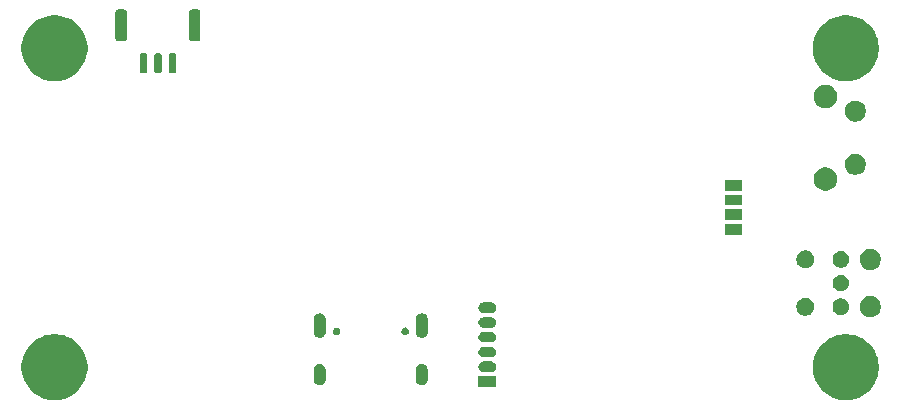
<source format=gbr>
%TF.GenerationSoftware,KiCad,Pcbnew,9.0.0*%
%TF.CreationDate,2025-07-25T12:15:42+02:00*%
%TF.ProjectId,Spruzzatore,53707275-7a7a-4617-946f-72652e6b6963,rev?*%
%TF.SameCoordinates,Original*%
%TF.FileFunction,Soldermask,Bot*%
%TF.FilePolarity,Negative*%
%FSLAX46Y46*%
G04 Gerber Fmt 4.6, Leading zero omitted, Abs format (unit mm)*
G04 Created by KiCad (PCBNEW 9.0.0) date 2025-07-25 12:15:42*
%MOMM*%
%LPD*%
G01*
G04 APERTURE LIST*
G04 APERTURE END LIST*
G36*
X115149017Y-104749561D02*
G01*
X115455139Y-104819431D01*
X115751514Y-104923137D01*
X116034413Y-105059374D01*
X116300280Y-105226430D01*
X116545770Y-105422202D01*
X116767798Y-105644230D01*
X116963570Y-105889720D01*
X117130626Y-106155587D01*
X117266863Y-106438486D01*
X117370569Y-106734861D01*
X117440439Y-107040983D01*
X117475595Y-107353003D01*
X117475595Y-107666997D01*
X117440439Y-107979017D01*
X117370569Y-108285139D01*
X117266863Y-108581514D01*
X117130626Y-108864413D01*
X116963570Y-109130280D01*
X116767798Y-109375770D01*
X116545770Y-109597798D01*
X116300280Y-109793570D01*
X116034413Y-109960626D01*
X115751514Y-110096863D01*
X115455139Y-110200569D01*
X115149017Y-110270439D01*
X114836997Y-110305595D01*
X114523003Y-110305595D01*
X114210983Y-110270439D01*
X113904861Y-110200569D01*
X113608486Y-110096863D01*
X113325587Y-109960626D01*
X113059720Y-109793570D01*
X112814230Y-109597798D01*
X112592202Y-109375770D01*
X112396430Y-109130280D01*
X112229374Y-108864413D01*
X112093137Y-108581514D01*
X111989431Y-108285139D01*
X111919561Y-107979017D01*
X111884405Y-107666997D01*
X111884405Y-107353003D01*
X111919561Y-107040983D01*
X111989431Y-106734861D01*
X112093137Y-106438486D01*
X112229374Y-106155587D01*
X112396430Y-105889720D01*
X112592202Y-105644230D01*
X112814230Y-105422202D01*
X113059720Y-105226430D01*
X113325587Y-105059374D01*
X113608486Y-104923137D01*
X113904861Y-104819431D01*
X114210983Y-104749561D01*
X114523003Y-104714405D01*
X114836997Y-104714405D01*
X115149017Y-104749561D01*
G37*
G36*
X182149017Y-104749561D02*
G01*
X182455139Y-104819431D01*
X182751514Y-104923137D01*
X183034413Y-105059374D01*
X183300280Y-105226430D01*
X183545770Y-105422202D01*
X183767798Y-105644230D01*
X183963570Y-105889720D01*
X184130626Y-106155587D01*
X184266863Y-106438486D01*
X184370569Y-106734861D01*
X184440439Y-107040983D01*
X184475595Y-107353003D01*
X184475595Y-107666997D01*
X184440439Y-107979017D01*
X184370569Y-108285139D01*
X184266863Y-108581514D01*
X184130626Y-108864413D01*
X183963570Y-109130280D01*
X183767798Y-109375770D01*
X183545770Y-109597798D01*
X183300280Y-109793570D01*
X183034413Y-109960626D01*
X182751514Y-110096863D01*
X182455139Y-110200569D01*
X182149017Y-110270439D01*
X181836997Y-110305595D01*
X181523003Y-110305595D01*
X181210983Y-110270439D01*
X180904861Y-110200569D01*
X180608486Y-110096863D01*
X180325587Y-109960626D01*
X180059720Y-109793570D01*
X179814230Y-109597798D01*
X179592202Y-109375770D01*
X179396430Y-109130280D01*
X179229374Y-108864413D01*
X179093137Y-108581514D01*
X178989431Y-108285139D01*
X178919561Y-107979017D01*
X178884405Y-107666997D01*
X178884405Y-107353003D01*
X178919561Y-107040983D01*
X178989431Y-106734861D01*
X179093137Y-106438486D01*
X179229374Y-106155587D01*
X179396430Y-105889720D01*
X179592202Y-105644230D01*
X179814230Y-105422202D01*
X180059720Y-105226430D01*
X180325587Y-105059374D01*
X180608486Y-104923137D01*
X180904861Y-104819431D01*
X181210983Y-104749561D01*
X181523003Y-104714405D01*
X181836997Y-104714405D01*
X182149017Y-104749561D01*
G37*
G36*
X152090000Y-109170000D02*
G01*
X150570000Y-109170000D01*
X150570000Y-108270000D01*
X152090000Y-108270000D01*
X152090000Y-109170000D01*
G37*
G36*
X137331342Y-107268060D02*
G01*
X137444381Y-107333323D01*
X137536677Y-107425619D01*
X137601940Y-107538658D01*
X137635722Y-107664737D01*
X137640000Y-107730000D01*
X137640000Y-108530000D01*
X137635722Y-108595263D01*
X137601940Y-108721342D01*
X137536677Y-108834381D01*
X137444381Y-108926677D01*
X137331342Y-108991940D01*
X137205263Y-109025722D01*
X137074737Y-109025722D01*
X136948658Y-108991940D01*
X136835619Y-108926677D01*
X136743323Y-108834381D01*
X136678060Y-108721342D01*
X136644278Y-108595263D01*
X136640000Y-108530000D01*
X136640000Y-107730000D01*
X136644278Y-107664737D01*
X136678060Y-107538658D01*
X136743323Y-107425619D01*
X136835619Y-107333323D01*
X136948658Y-107268060D01*
X137074737Y-107234278D01*
X137205263Y-107234278D01*
X137331342Y-107268060D01*
G37*
G36*
X145971342Y-107268060D02*
G01*
X146084381Y-107333323D01*
X146176677Y-107425619D01*
X146241940Y-107538658D01*
X146275722Y-107664737D01*
X146280000Y-107730000D01*
X146280000Y-108530000D01*
X146275722Y-108595263D01*
X146241940Y-108721342D01*
X146176677Y-108834381D01*
X146084381Y-108926677D01*
X145971342Y-108991940D01*
X145845263Y-109025722D01*
X145714737Y-109025722D01*
X145588658Y-108991940D01*
X145475619Y-108926677D01*
X145383323Y-108834381D01*
X145318060Y-108721342D01*
X145284278Y-108595263D01*
X145280000Y-108530000D01*
X145280000Y-107730000D01*
X145284278Y-107664737D01*
X145318060Y-107538658D01*
X145383323Y-107425619D01*
X145475619Y-107333323D01*
X145588658Y-107268060D01*
X145714737Y-107234278D01*
X145845263Y-107234278D01*
X145971342Y-107268060D01*
G37*
G36*
X151698737Y-107023850D02*
G01*
X151812208Y-107054254D01*
X151913943Y-107112991D01*
X151997009Y-107196057D01*
X152055746Y-107297792D01*
X152086150Y-107411263D01*
X152086150Y-107528737D01*
X152055746Y-107642208D01*
X151997009Y-107743943D01*
X151913943Y-107827009D01*
X151812208Y-107885746D01*
X151698737Y-107916150D01*
X151640000Y-107920000D01*
X151638029Y-107920000D01*
X151021971Y-107920000D01*
X151020000Y-107920000D01*
X150961263Y-107916150D01*
X150847792Y-107885746D01*
X150746057Y-107827009D01*
X150662991Y-107743943D01*
X150604254Y-107642208D01*
X150573850Y-107528737D01*
X150573850Y-107411263D01*
X150604254Y-107297792D01*
X150662991Y-107196057D01*
X150746057Y-107112991D01*
X150847792Y-107054254D01*
X150961263Y-107023850D01*
X151020000Y-107020000D01*
X151640000Y-107020000D01*
X151698737Y-107023850D01*
G37*
G36*
X151698737Y-105763850D02*
G01*
X151812208Y-105794254D01*
X151913943Y-105852991D01*
X151997009Y-105936057D01*
X152055746Y-106037792D01*
X152086150Y-106151263D01*
X152086150Y-106268737D01*
X152055746Y-106382208D01*
X151997009Y-106483943D01*
X151913943Y-106567009D01*
X151812208Y-106625746D01*
X151698737Y-106656150D01*
X151640000Y-106660000D01*
X151638029Y-106660000D01*
X151021971Y-106660000D01*
X151020000Y-106660000D01*
X150961263Y-106656150D01*
X150847792Y-106625746D01*
X150746057Y-106567009D01*
X150662991Y-106483943D01*
X150604254Y-106382208D01*
X150573850Y-106268737D01*
X150573850Y-106151263D01*
X150604254Y-106037792D01*
X150662991Y-105936057D01*
X150746057Y-105852991D01*
X150847792Y-105794254D01*
X150961263Y-105763850D01*
X151020000Y-105760000D01*
X151640000Y-105760000D01*
X151698737Y-105763850D01*
G37*
G36*
X151698737Y-104513850D02*
G01*
X151812208Y-104544254D01*
X151913943Y-104602991D01*
X151997009Y-104686057D01*
X152055746Y-104787792D01*
X152086150Y-104901263D01*
X152086150Y-105018737D01*
X152055746Y-105132208D01*
X151997009Y-105233943D01*
X151913943Y-105317009D01*
X151812208Y-105375746D01*
X151698737Y-105406150D01*
X151640000Y-105410000D01*
X151638029Y-105410000D01*
X151021971Y-105410000D01*
X151020000Y-105410000D01*
X150961263Y-105406150D01*
X150847792Y-105375746D01*
X150746057Y-105317009D01*
X150662991Y-105233943D01*
X150604254Y-105132208D01*
X150573850Y-105018737D01*
X150573850Y-104901263D01*
X150604254Y-104787792D01*
X150662991Y-104686057D01*
X150746057Y-104602991D01*
X150847792Y-104544254D01*
X150961263Y-104513850D01*
X151020000Y-104510000D01*
X151640000Y-104510000D01*
X151698737Y-104513850D01*
G37*
G36*
X137331342Y-102968060D02*
G01*
X137444381Y-103033323D01*
X137536677Y-103125619D01*
X137601940Y-103238658D01*
X137635722Y-103364737D01*
X137640000Y-103430000D01*
X137640000Y-104530000D01*
X137635722Y-104595263D01*
X137601940Y-104721342D01*
X137536677Y-104834381D01*
X137444381Y-104926677D01*
X137331342Y-104991940D01*
X137205263Y-105025722D01*
X137074737Y-105025722D01*
X136948658Y-104991940D01*
X136835619Y-104926677D01*
X136743323Y-104834381D01*
X136678060Y-104721342D01*
X136644278Y-104595263D01*
X136640000Y-104530000D01*
X136640000Y-103430000D01*
X136644278Y-103364737D01*
X136678060Y-103238658D01*
X136743323Y-103125619D01*
X136835619Y-103033323D01*
X136948658Y-102968060D01*
X137074737Y-102934278D01*
X137205263Y-102934278D01*
X137331342Y-102968060D01*
G37*
G36*
X145971342Y-102968060D02*
G01*
X146084381Y-103033323D01*
X146176677Y-103125619D01*
X146241940Y-103238658D01*
X146275722Y-103364737D01*
X146280000Y-103430000D01*
X146280000Y-104530000D01*
X146275722Y-104595263D01*
X146241940Y-104721342D01*
X146176677Y-104834381D01*
X146084381Y-104926677D01*
X145971342Y-104991940D01*
X145845263Y-105025722D01*
X145714737Y-105025722D01*
X145588658Y-104991940D01*
X145475619Y-104926677D01*
X145383323Y-104834381D01*
X145318060Y-104721342D01*
X145284278Y-104595263D01*
X145280000Y-104530000D01*
X145280000Y-103430000D01*
X145284278Y-103364737D01*
X145318060Y-103238658D01*
X145383323Y-103125619D01*
X145475619Y-103033323D01*
X145588658Y-102968060D01*
X145714737Y-102934278D01*
X145845263Y-102934278D01*
X145971342Y-102968060D01*
G37*
G36*
X138684372Y-104179739D02*
G01*
X138757847Y-104222160D01*
X138817840Y-104282153D01*
X138860261Y-104355628D01*
X138882220Y-104437579D01*
X138882220Y-104522421D01*
X138860261Y-104604372D01*
X138817840Y-104677847D01*
X138757847Y-104737840D01*
X138684372Y-104780261D01*
X138602421Y-104802220D01*
X138517579Y-104802220D01*
X138435628Y-104780261D01*
X138362153Y-104737840D01*
X138302160Y-104677847D01*
X138259739Y-104604372D01*
X138237780Y-104522421D01*
X138237780Y-104437579D01*
X138259739Y-104355628D01*
X138302160Y-104282153D01*
X138362153Y-104222160D01*
X138435628Y-104179739D01*
X138517579Y-104157780D01*
X138602421Y-104157780D01*
X138684372Y-104179739D01*
G37*
G36*
X144484372Y-104169739D02*
G01*
X144557847Y-104212160D01*
X144617840Y-104272153D01*
X144660261Y-104345628D01*
X144682220Y-104427579D01*
X144682220Y-104512421D01*
X144660261Y-104594372D01*
X144617840Y-104667847D01*
X144557847Y-104727840D01*
X144484372Y-104770261D01*
X144402421Y-104792220D01*
X144317579Y-104792220D01*
X144235628Y-104770261D01*
X144162153Y-104727840D01*
X144102160Y-104667847D01*
X144059739Y-104594372D01*
X144037780Y-104512421D01*
X144037780Y-104427579D01*
X144059739Y-104345628D01*
X144102160Y-104272153D01*
X144162153Y-104212160D01*
X144235628Y-104169739D01*
X144317579Y-104147780D01*
X144402421Y-104147780D01*
X144484372Y-104169739D01*
G37*
G36*
X151698737Y-103273850D02*
G01*
X151812208Y-103304254D01*
X151913943Y-103362991D01*
X151997009Y-103446057D01*
X152055746Y-103547792D01*
X152086150Y-103661263D01*
X152086150Y-103778737D01*
X152055746Y-103892208D01*
X151997009Y-103993943D01*
X151913943Y-104077009D01*
X151812208Y-104135746D01*
X151698737Y-104166150D01*
X151640000Y-104170000D01*
X151638029Y-104170000D01*
X151021971Y-104170000D01*
X151020000Y-104170000D01*
X150961263Y-104166150D01*
X150847792Y-104135746D01*
X150746057Y-104077009D01*
X150662991Y-103993943D01*
X150604254Y-103892208D01*
X150573850Y-103778737D01*
X150573850Y-103661263D01*
X150604254Y-103547792D01*
X150662991Y-103446057D01*
X150746057Y-103362991D01*
X150847792Y-103304254D01*
X150961263Y-103273850D01*
X151020000Y-103270000D01*
X151640000Y-103270000D01*
X151698737Y-103273850D01*
G37*
G36*
X184011256Y-101518754D02*
G01*
X184174257Y-101586271D01*
X184320954Y-101684291D01*
X184445709Y-101809046D01*
X184543729Y-101955743D01*
X184611246Y-102118744D01*
X184645666Y-102291785D01*
X184645666Y-102468215D01*
X184611246Y-102641256D01*
X184543729Y-102804257D01*
X184445709Y-102950954D01*
X184320954Y-103075709D01*
X184174257Y-103173729D01*
X184011256Y-103241246D01*
X183838215Y-103275666D01*
X183661785Y-103275666D01*
X183488744Y-103241246D01*
X183325743Y-103173729D01*
X183179046Y-103075709D01*
X183054291Y-102950954D01*
X182956271Y-102804257D01*
X182888754Y-102641256D01*
X182854334Y-102468215D01*
X182854334Y-102291785D01*
X182888754Y-102118744D01*
X182956271Y-101955743D01*
X183054291Y-101809046D01*
X183179046Y-101684291D01*
X183325743Y-101586271D01*
X183488744Y-101518754D01*
X183661785Y-101484334D01*
X183838215Y-101484334D01*
X184011256Y-101518754D01*
G37*
G36*
X178470616Y-101652725D02*
G01*
X178608262Y-101709740D01*
X178732139Y-101792512D01*
X178837488Y-101897861D01*
X178920260Y-102021738D01*
X178977275Y-102159384D01*
X179006340Y-102305507D01*
X179006340Y-102454493D01*
X178977275Y-102600616D01*
X178920260Y-102738262D01*
X178837488Y-102862139D01*
X178732139Y-102967488D01*
X178608262Y-103050260D01*
X178470616Y-103107275D01*
X178324493Y-103136340D01*
X178175507Y-103136340D01*
X178029384Y-103107275D01*
X177891738Y-103050260D01*
X177767861Y-102967488D01*
X177662512Y-102862139D01*
X177579740Y-102738262D01*
X177522725Y-102600616D01*
X177493660Y-102454493D01*
X177493660Y-102305507D01*
X177522725Y-102159384D01*
X177579740Y-102021738D01*
X177662512Y-101897861D01*
X177767861Y-101792512D01*
X177891738Y-101709740D01*
X178029384Y-101652725D01*
X178175507Y-101623660D01*
X178324493Y-101623660D01*
X178470616Y-101652725D01*
G37*
G36*
X181453199Y-101710142D02*
G01*
X181579978Y-101762655D01*
X181694075Y-101838893D01*
X181791107Y-101935925D01*
X181867345Y-102050022D01*
X181919858Y-102176801D01*
X181946629Y-102311388D01*
X181946629Y-102448612D01*
X181919858Y-102583199D01*
X181867345Y-102709978D01*
X181791107Y-102824075D01*
X181694075Y-102921107D01*
X181579978Y-102997345D01*
X181453199Y-103049858D01*
X181318612Y-103076629D01*
X181181388Y-103076629D01*
X181046801Y-103049858D01*
X180920022Y-102997345D01*
X180805925Y-102921107D01*
X180708893Y-102824075D01*
X180632655Y-102709978D01*
X180580142Y-102583199D01*
X180553371Y-102448612D01*
X180553371Y-102311388D01*
X180580142Y-102176801D01*
X180632655Y-102050022D01*
X180708893Y-101935925D01*
X180805925Y-101838893D01*
X180920022Y-101762655D01*
X181046801Y-101710142D01*
X181181388Y-101683371D01*
X181318612Y-101683371D01*
X181453199Y-101710142D01*
G37*
G36*
X151698737Y-102023850D02*
G01*
X151812208Y-102054254D01*
X151913943Y-102112991D01*
X151997009Y-102196057D01*
X152055746Y-102297792D01*
X152086150Y-102411263D01*
X152086150Y-102528737D01*
X152055746Y-102642208D01*
X151997009Y-102743943D01*
X151913943Y-102827009D01*
X151812208Y-102885746D01*
X151698737Y-102916150D01*
X151640000Y-102920000D01*
X151638029Y-102920000D01*
X151021971Y-102920000D01*
X151020000Y-102920000D01*
X150961263Y-102916150D01*
X150847792Y-102885746D01*
X150746057Y-102827009D01*
X150662991Y-102743943D01*
X150604254Y-102642208D01*
X150573850Y-102528737D01*
X150573850Y-102411263D01*
X150604254Y-102297792D01*
X150662991Y-102196057D01*
X150746057Y-102112991D01*
X150847792Y-102054254D01*
X150961263Y-102023850D01*
X151020000Y-102020000D01*
X151640000Y-102020000D01*
X151698737Y-102023850D01*
G37*
G36*
X181453199Y-99710142D02*
G01*
X181579978Y-99762655D01*
X181694075Y-99838893D01*
X181791107Y-99935925D01*
X181867345Y-100050022D01*
X181919858Y-100176801D01*
X181946629Y-100311388D01*
X181946629Y-100448612D01*
X181919858Y-100583199D01*
X181867345Y-100709978D01*
X181791107Y-100824075D01*
X181694075Y-100921107D01*
X181579978Y-100997345D01*
X181453199Y-101049858D01*
X181318612Y-101076629D01*
X181181388Y-101076629D01*
X181046801Y-101049858D01*
X180920022Y-100997345D01*
X180805925Y-100921107D01*
X180708893Y-100824075D01*
X180632655Y-100709978D01*
X180580142Y-100583199D01*
X180553371Y-100448612D01*
X180553371Y-100311388D01*
X180580142Y-100176801D01*
X180632655Y-100050022D01*
X180708893Y-99935925D01*
X180805925Y-99838893D01*
X180920022Y-99762655D01*
X181046801Y-99710142D01*
X181181388Y-99683371D01*
X181318612Y-99683371D01*
X181453199Y-99710142D01*
G37*
G36*
X184011256Y-97518754D02*
G01*
X184174257Y-97586271D01*
X184320954Y-97684291D01*
X184445709Y-97809046D01*
X184543729Y-97955743D01*
X184611246Y-98118744D01*
X184645666Y-98291785D01*
X184645666Y-98468215D01*
X184611246Y-98641256D01*
X184543729Y-98804257D01*
X184445709Y-98950954D01*
X184320954Y-99075709D01*
X184174257Y-99173729D01*
X184011256Y-99241246D01*
X183838215Y-99275666D01*
X183661785Y-99275666D01*
X183488744Y-99241246D01*
X183325743Y-99173729D01*
X183179046Y-99075709D01*
X183054291Y-98950954D01*
X182956271Y-98804257D01*
X182888754Y-98641256D01*
X182854334Y-98468215D01*
X182854334Y-98291785D01*
X182888754Y-98118744D01*
X182956271Y-97955743D01*
X183054291Y-97809046D01*
X183179046Y-97684291D01*
X183325743Y-97586271D01*
X183488744Y-97518754D01*
X183661785Y-97484334D01*
X183838215Y-97484334D01*
X184011256Y-97518754D01*
G37*
G36*
X178470616Y-97652725D02*
G01*
X178608262Y-97709740D01*
X178732139Y-97792512D01*
X178837488Y-97897861D01*
X178920260Y-98021738D01*
X178977275Y-98159384D01*
X179006340Y-98305507D01*
X179006340Y-98454493D01*
X178977275Y-98600616D01*
X178920260Y-98738262D01*
X178837488Y-98862139D01*
X178732139Y-98967488D01*
X178608262Y-99050260D01*
X178470616Y-99107275D01*
X178324493Y-99136340D01*
X178175507Y-99136340D01*
X178029384Y-99107275D01*
X177891738Y-99050260D01*
X177767861Y-98967488D01*
X177662512Y-98862139D01*
X177579740Y-98738262D01*
X177522725Y-98600616D01*
X177493660Y-98454493D01*
X177493660Y-98305507D01*
X177522725Y-98159384D01*
X177579740Y-98021738D01*
X177662512Y-97897861D01*
X177767861Y-97792512D01*
X177891738Y-97709740D01*
X178029384Y-97652725D01*
X178175507Y-97623660D01*
X178324493Y-97623660D01*
X178470616Y-97652725D01*
G37*
G36*
X181453199Y-97710142D02*
G01*
X181579978Y-97762655D01*
X181694075Y-97838893D01*
X181791107Y-97935925D01*
X181867345Y-98050022D01*
X181919858Y-98176801D01*
X181946629Y-98311388D01*
X181946629Y-98448612D01*
X181919858Y-98583199D01*
X181867345Y-98709978D01*
X181791107Y-98824075D01*
X181694075Y-98921107D01*
X181579978Y-98997345D01*
X181453199Y-99049858D01*
X181318612Y-99076629D01*
X181181388Y-99076629D01*
X181046801Y-99049858D01*
X180920022Y-98997345D01*
X180805925Y-98921107D01*
X180708893Y-98824075D01*
X180632655Y-98709978D01*
X180580142Y-98583199D01*
X180553371Y-98448612D01*
X180553371Y-98311388D01*
X180580142Y-98176801D01*
X180632655Y-98050022D01*
X180708893Y-97935925D01*
X180805925Y-97838893D01*
X180920022Y-97762655D01*
X181046801Y-97710142D01*
X181181388Y-97683371D01*
X181318612Y-97683371D01*
X181453199Y-97710142D01*
G37*
G36*
X172910000Y-96310000D02*
G01*
X171410000Y-96310000D01*
X171410000Y-95410000D01*
X172910000Y-95410000D01*
X172910000Y-96310000D01*
G37*
G36*
X172910000Y-95050000D02*
G01*
X171410000Y-95050000D01*
X171410000Y-94150000D01*
X172910000Y-94150000D01*
X172910000Y-95050000D01*
G37*
G36*
X172910000Y-93800000D02*
G01*
X171410000Y-93800000D01*
X171410000Y-92900000D01*
X172910000Y-92900000D01*
X172910000Y-93800000D01*
G37*
G36*
X180230285Y-90623060D02*
G01*
X180411397Y-90698079D01*
X180574393Y-90806990D01*
X180713010Y-90945607D01*
X180821921Y-91108603D01*
X180896940Y-91289715D01*
X180935185Y-91481983D01*
X180935185Y-91678017D01*
X180896940Y-91870285D01*
X180821921Y-92051397D01*
X180713010Y-92214393D01*
X180574393Y-92353010D01*
X180411397Y-92461921D01*
X180230285Y-92536940D01*
X180038017Y-92575185D01*
X179841983Y-92575185D01*
X179649715Y-92536940D01*
X179468603Y-92461921D01*
X179305607Y-92353010D01*
X179166990Y-92214393D01*
X179058079Y-92051397D01*
X178983060Y-91870285D01*
X178944815Y-91678017D01*
X178944815Y-91481983D01*
X178983060Y-91289715D01*
X179058079Y-91108603D01*
X179166990Y-90945607D01*
X179305607Y-90806990D01*
X179468603Y-90698079D01*
X179649715Y-90623060D01*
X179841983Y-90584815D01*
X180038017Y-90584815D01*
X180230285Y-90623060D01*
G37*
G36*
X172910000Y-92550000D02*
G01*
X171410000Y-92550000D01*
X171410000Y-91650000D01*
X172910000Y-91650000D01*
X172910000Y-92550000D01*
G37*
G36*
X182741256Y-89468754D02*
G01*
X182904257Y-89536271D01*
X183050954Y-89634291D01*
X183175709Y-89759046D01*
X183273729Y-89905743D01*
X183341246Y-90068744D01*
X183375666Y-90241785D01*
X183375666Y-90418215D01*
X183341246Y-90591256D01*
X183273729Y-90754257D01*
X183175709Y-90900954D01*
X183050954Y-91025709D01*
X182904257Y-91123729D01*
X182741256Y-91191246D01*
X182568215Y-91225666D01*
X182391785Y-91225666D01*
X182218744Y-91191246D01*
X182055743Y-91123729D01*
X181909046Y-91025709D01*
X181784291Y-90900954D01*
X181686271Y-90754257D01*
X181618754Y-90591256D01*
X181584334Y-90418215D01*
X181584334Y-90241785D01*
X181618754Y-90068744D01*
X181686271Y-89905743D01*
X181784291Y-89759046D01*
X181909046Y-89634291D01*
X182055743Y-89536271D01*
X182218744Y-89468754D01*
X182391785Y-89434334D01*
X182568215Y-89434334D01*
X182741256Y-89468754D01*
G37*
G36*
X182741256Y-84968754D02*
G01*
X182904257Y-85036271D01*
X183050954Y-85134291D01*
X183175709Y-85259046D01*
X183273729Y-85405743D01*
X183341246Y-85568744D01*
X183375666Y-85741785D01*
X183375666Y-85918215D01*
X183341246Y-86091256D01*
X183273729Y-86254257D01*
X183175709Y-86400954D01*
X183050954Y-86525709D01*
X182904257Y-86623729D01*
X182741256Y-86691246D01*
X182568215Y-86725666D01*
X182391785Y-86725666D01*
X182218744Y-86691246D01*
X182055743Y-86623729D01*
X181909046Y-86525709D01*
X181784291Y-86400954D01*
X181686271Y-86254257D01*
X181618754Y-86091256D01*
X181584334Y-85918215D01*
X181584334Y-85741785D01*
X181618754Y-85568744D01*
X181686271Y-85405743D01*
X181784291Y-85259046D01*
X181909046Y-85134291D01*
X182055743Y-85036271D01*
X182218744Y-84968754D01*
X182391785Y-84934334D01*
X182568215Y-84934334D01*
X182741256Y-84968754D01*
G37*
G36*
X180230285Y-83623060D02*
G01*
X180411397Y-83698079D01*
X180574393Y-83806990D01*
X180713010Y-83945607D01*
X180821921Y-84108603D01*
X180896940Y-84289715D01*
X180935185Y-84481983D01*
X180935185Y-84678017D01*
X180896940Y-84870285D01*
X180821921Y-85051397D01*
X180713010Y-85214393D01*
X180574393Y-85353010D01*
X180411397Y-85461921D01*
X180230285Y-85536940D01*
X180038017Y-85575185D01*
X179841983Y-85575185D01*
X179649715Y-85536940D01*
X179468603Y-85461921D01*
X179305607Y-85353010D01*
X179166990Y-85214393D01*
X179058079Y-85051397D01*
X178983060Y-84870285D01*
X178944815Y-84678017D01*
X178944815Y-84481983D01*
X178983060Y-84289715D01*
X179058079Y-84108603D01*
X179166990Y-83945607D01*
X179305607Y-83806990D01*
X179468603Y-83698079D01*
X179649715Y-83623060D01*
X179841983Y-83584815D01*
X180038017Y-83584815D01*
X180230285Y-83623060D01*
G37*
G36*
X115149017Y-77749561D02*
G01*
X115455139Y-77819431D01*
X115751514Y-77923137D01*
X116034413Y-78059374D01*
X116300280Y-78226430D01*
X116545770Y-78422202D01*
X116767798Y-78644230D01*
X116963570Y-78889720D01*
X117130626Y-79155587D01*
X117266863Y-79438486D01*
X117370569Y-79734861D01*
X117440439Y-80040983D01*
X117475595Y-80353003D01*
X117475595Y-80666997D01*
X117440439Y-80979017D01*
X117370569Y-81285139D01*
X117266863Y-81581514D01*
X117130626Y-81864413D01*
X116963570Y-82130280D01*
X116767798Y-82375770D01*
X116545770Y-82597798D01*
X116300280Y-82793570D01*
X116034413Y-82960626D01*
X115751514Y-83096863D01*
X115455139Y-83200569D01*
X115149017Y-83270439D01*
X114836997Y-83305595D01*
X114523003Y-83305595D01*
X114210983Y-83270439D01*
X113904861Y-83200569D01*
X113608486Y-83096863D01*
X113325587Y-82960626D01*
X113059720Y-82793570D01*
X112814230Y-82597798D01*
X112592202Y-82375770D01*
X112396430Y-82130280D01*
X112229374Y-81864413D01*
X112093137Y-81581514D01*
X111989431Y-81285139D01*
X111919561Y-80979017D01*
X111884405Y-80666997D01*
X111884405Y-80353003D01*
X111919561Y-80040983D01*
X111989431Y-79734861D01*
X112093137Y-79438486D01*
X112229374Y-79155587D01*
X112396430Y-78889720D01*
X112592202Y-78644230D01*
X112814230Y-78422202D01*
X113059720Y-78226430D01*
X113325587Y-78059374D01*
X113608486Y-77923137D01*
X113904861Y-77819431D01*
X114210983Y-77749561D01*
X114523003Y-77714405D01*
X114836997Y-77714405D01*
X115149017Y-77749561D01*
G37*
G36*
X182149017Y-77749561D02*
G01*
X182455139Y-77819431D01*
X182751514Y-77923137D01*
X183034413Y-78059374D01*
X183300280Y-78226430D01*
X183545770Y-78422202D01*
X183767798Y-78644230D01*
X183963570Y-78889720D01*
X184130626Y-79155587D01*
X184266863Y-79438486D01*
X184370569Y-79734861D01*
X184440439Y-80040983D01*
X184475595Y-80353003D01*
X184475595Y-80666997D01*
X184440439Y-80979017D01*
X184370569Y-81285139D01*
X184266863Y-81581514D01*
X184130626Y-81864413D01*
X183963570Y-82130280D01*
X183767798Y-82375770D01*
X183545770Y-82597798D01*
X183300280Y-82793570D01*
X183034413Y-82960626D01*
X182751514Y-83096863D01*
X182455139Y-83200569D01*
X182149017Y-83270439D01*
X181836997Y-83305595D01*
X181523003Y-83305595D01*
X181210983Y-83270439D01*
X180904861Y-83200569D01*
X180608486Y-83096863D01*
X180325587Y-82960626D01*
X180059720Y-82793570D01*
X179814230Y-82597798D01*
X179592202Y-82375770D01*
X179396430Y-82130280D01*
X179229374Y-81864413D01*
X179093137Y-81581514D01*
X178989431Y-81285139D01*
X178919561Y-80979017D01*
X178884405Y-80666997D01*
X178884405Y-80353003D01*
X178919561Y-80040983D01*
X178989431Y-79734861D01*
X179093137Y-79438486D01*
X179229374Y-79155587D01*
X179396430Y-78889720D01*
X179592202Y-78644230D01*
X179814230Y-78422202D01*
X180059720Y-78226430D01*
X180325587Y-78059374D01*
X180608486Y-77923137D01*
X180904861Y-77819431D01*
X181210983Y-77749561D01*
X181523003Y-77714405D01*
X181836997Y-77714405D01*
X182149017Y-77749561D01*
G37*
G36*
X122397403Y-80931418D02*
G01*
X122446066Y-80963934D01*
X122478582Y-81012597D01*
X122490000Y-81070000D01*
X122490000Y-82470000D01*
X122478582Y-82527403D01*
X122446066Y-82576066D01*
X122397403Y-82608582D01*
X122340000Y-82620000D01*
X122040000Y-82620000D01*
X121982597Y-82608582D01*
X121933934Y-82576066D01*
X121901418Y-82527403D01*
X121890000Y-82470000D01*
X121890000Y-81070000D01*
X121901418Y-81012597D01*
X121933934Y-80963934D01*
X121982597Y-80931418D01*
X122040000Y-80920000D01*
X122340000Y-80920000D01*
X122397403Y-80931418D01*
G37*
G36*
X123647403Y-80931418D02*
G01*
X123696066Y-80963934D01*
X123728582Y-81012597D01*
X123740000Y-81070000D01*
X123740000Y-82470000D01*
X123728582Y-82527403D01*
X123696066Y-82576066D01*
X123647403Y-82608582D01*
X123590000Y-82620000D01*
X123290000Y-82620000D01*
X123232597Y-82608582D01*
X123183934Y-82576066D01*
X123151418Y-82527403D01*
X123140000Y-82470000D01*
X123140000Y-81070000D01*
X123151418Y-81012597D01*
X123183934Y-80963934D01*
X123232597Y-80931418D01*
X123290000Y-80920000D01*
X123590000Y-80920000D01*
X123647403Y-80931418D01*
G37*
G36*
X124897403Y-80931418D02*
G01*
X124946066Y-80963934D01*
X124978582Y-81012597D01*
X124990000Y-81070000D01*
X124990000Y-82470000D01*
X124978582Y-82527403D01*
X124946066Y-82576066D01*
X124897403Y-82608582D01*
X124840000Y-82620000D01*
X124540000Y-82620000D01*
X124482597Y-82608582D01*
X124433934Y-82576066D01*
X124401418Y-82527403D01*
X124390000Y-82470000D01*
X124390000Y-81070000D01*
X124401418Y-81012597D01*
X124433934Y-80963934D01*
X124482597Y-80931418D01*
X124540000Y-80920000D01*
X124840000Y-80920000D01*
X124897403Y-80931418D01*
G37*
G36*
X120594850Y-77220964D02*
G01*
X120645040Y-77226787D01*
X120662189Y-77234359D01*
X120685671Y-77239030D01*
X120710810Y-77255827D01*
X120730696Y-77264608D01*
X120744277Y-77278189D01*
X120766777Y-77293223D01*
X120781810Y-77315722D01*
X120795391Y-77329303D01*
X120804170Y-77349186D01*
X120820970Y-77374329D01*
X120825641Y-77397812D01*
X120833212Y-77414959D01*
X120839033Y-77465139D01*
X120840000Y-77470000D01*
X120840000Y-79670000D01*
X120839032Y-79674863D01*
X120833212Y-79725040D01*
X120825641Y-79742185D01*
X120820970Y-79765671D01*
X120804169Y-79790815D01*
X120795391Y-79810696D01*
X120781812Y-79824274D01*
X120766777Y-79846777D01*
X120744274Y-79861812D01*
X120730696Y-79875391D01*
X120710815Y-79884169D01*
X120685671Y-79900970D01*
X120662185Y-79905641D01*
X120645040Y-79913212D01*
X120594861Y-79919032D01*
X120590000Y-79920000D01*
X120090000Y-79920000D01*
X120085138Y-79919032D01*
X120034959Y-79913212D01*
X120017812Y-79905641D01*
X119994329Y-79900970D01*
X119969186Y-79884170D01*
X119949303Y-79875391D01*
X119935722Y-79861810D01*
X119913223Y-79846777D01*
X119898189Y-79824277D01*
X119884608Y-79810696D01*
X119875827Y-79790810D01*
X119859030Y-79765671D01*
X119854359Y-79742189D01*
X119846787Y-79725040D01*
X119840964Y-79674849D01*
X119840000Y-79670000D01*
X119840000Y-77470000D01*
X119840964Y-77465150D01*
X119846787Y-77414959D01*
X119854359Y-77397808D01*
X119859030Y-77374329D01*
X119875826Y-77349191D01*
X119884608Y-77329303D01*
X119898191Y-77315719D01*
X119913223Y-77293223D01*
X119935719Y-77278191D01*
X119949303Y-77264608D01*
X119969191Y-77255826D01*
X119994329Y-77239030D01*
X120017808Y-77234359D01*
X120034959Y-77226787D01*
X120085151Y-77220964D01*
X120090000Y-77220000D01*
X120590000Y-77220000D01*
X120594850Y-77220964D01*
G37*
G36*
X126794850Y-77220964D02*
G01*
X126845040Y-77226787D01*
X126862189Y-77234359D01*
X126885671Y-77239030D01*
X126910810Y-77255827D01*
X126930696Y-77264608D01*
X126944277Y-77278189D01*
X126966777Y-77293223D01*
X126981810Y-77315722D01*
X126995391Y-77329303D01*
X127004170Y-77349186D01*
X127020970Y-77374329D01*
X127025641Y-77397812D01*
X127033212Y-77414959D01*
X127039033Y-77465139D01*
X127040000Y-77470000D01*
X127040000Y-79670000D01*
X127039032Y-79674863D01*
X127033212Y-79725040D01*
X127025641Y-79742185D01*
X127020970Y-79765671D01*
X127004169Y-79790815D01*
X126995391Y-79810696D01*
X126981812Y-79824274D01*
X126966777Y-79846777D01*
X126944274Y-79861812D01*
X126930696Y-79875391D01*
X126910815Y-79884169D01*
X126885671Y-79900970D01*
X126862185Y-79905641D01*
X126845040Y-79913212D01*
X126794861Y-79919032D01*
X126790000Y-79920000D01*
X126290000Y-79920000D01*
X126285138Y-79919032D01*
X126234959Y-79913212D01*
X126217812Y-79905641D01*
X126194329Y-79900970D01*
X126169186Y-79884170D01*
X126149303Y-79875391D01*
X126135722Y-79861810D01*
X126113223Y-79846777D01*
X126098189Y-79824277D01*
X126084608Y-79810696D01*
X126075827Y-79790810D01*
X126059030Y-79765671D01*
X126054359Y-79742189D01*
X126046787Y-79725040D01*
X126040964Y-79674849D01*
X126040000Y-79670000D01*
X126040000Y-77470000D01*
X126040964Y-77465150D01*
X126046787Y-77414959D01*
X126054359Y-77397808D01*
X126059030Y-77374329D01*
X126075826Y-77349191D01*
X126084608Y-77329303D01*
X126098191Y-77315719D01*
X126113223Y-77293223D01*
X126135719Y-77278191D01*
X126149303Y-77264608D01*
X126169191Y-77255826D01*
X126194329Y-77239030D01*
X126217808Y-77234359D01*
X126234959Y-77226787D01*
X126285151Y-77220964D01*
X126290000Y-77220000D01*
X126790000Y-77220000D01*
X126794850Y-77220964D01*
G37*
M02*

</source>
